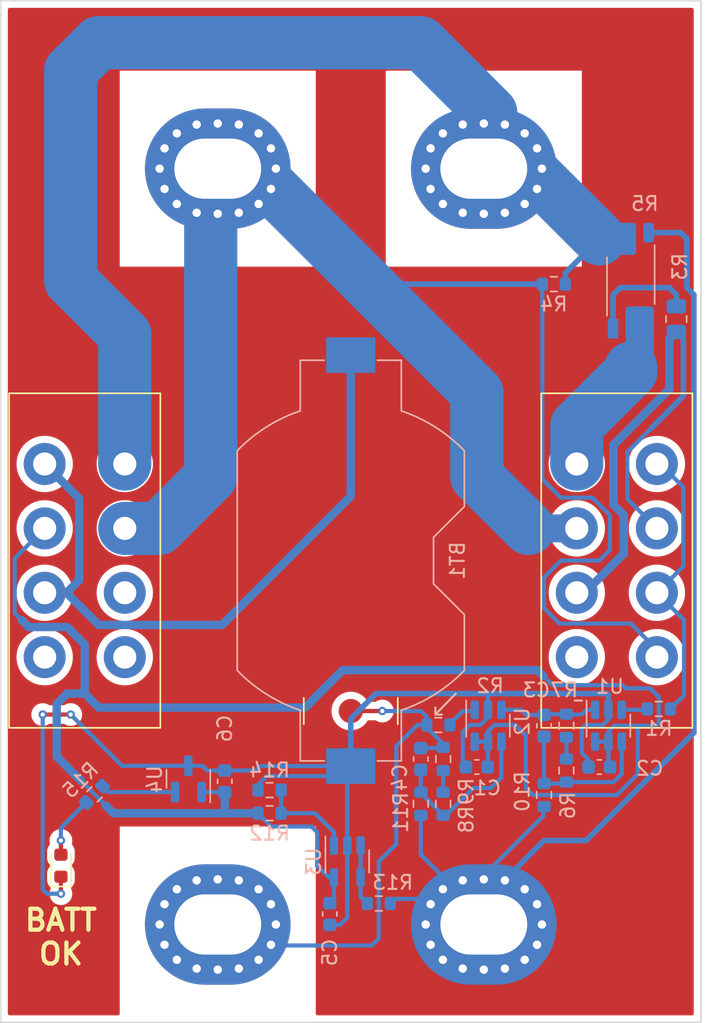
<source format=kicad_pcb>
(kicad_pcb (version 20211014) (generator pcbnew)

  (general
    (thickness 1.6)
  )

  (paper "A4")
  (layers
    (0 "F.Cu" signal)
    (31 "B.Cu" signal)
    (32 "B.Adhes" user "B.Adhesive")
    (33 "F.Adhes" user "F.Adhesive")
    (34 "B.Paste" user)
    (35 "F.Paste" user)
    (36 "B.SilkS" user "B.Silkscreen")
    (37 "F.SilkS" user "F.Silkscreen")
    (38 "B.Mask" user)
    (39 "F.Mask" user)
    (40 "Dwgs.User" user "User.Drawings")
    (41 "Cmts.User" user "User.Comments")
    (42 "Eco1.User" user "User.Eco1")
    (43 "Eco2.User" user "User.Eco2")
    (44 "Edge.Cuts" user)
    (45 "Margin" user)
    (46 "B.CrtYd" user "B.Courtyard")
    (47 "F.CrtYd" user "F.Courtyard")
    (48 "B.Fab" user)
    (49 "F.Fab" user)
    (50 "User.1" user)
    (51 "User.2" user)
    (52 "User.3" user)
    (53 "User.4" user)
    (54 "User.5" user)
    (55 "User.6" user)
    (56 "User.7" user)
    (57 "User.8" user)
    (58 "User.9" user)
  )

  (setup
    (stackup
      (layer "F.SilkS" (type "Top Silk Screen"))
      (layer "F.Paste" (type "Top Solder Paste"))
      (layer "F.Mask" (type "Top Solder Mask") (thickness 0.01))
      (layer "F.Cu" (type "copper") (thickness 0.035))
      (layer "dielectric 1" (type "core") (thickness 1.51) (material "FR4") (epsilon_r 4.5) (loss_tangent 0.02))
      (layer "B.Cu" (type "copper") (thickness 0.035))
      (layer "B.Mask" (type "Bottom Solder Mask") (thickness 0.01))
      (layer "B.Paste" (type "Bottom Solder Paste"))
      (layer "B.SilkS" (type "Bottom Silk Screen"))
      (copper_finish "None")
      (dielectric_constraints no)
    )
    (pad_to_mask_clearance 0)
    (pcbplotparams
      (layerselection 0x00010fc_ffffffff)
      (disableapertmacros false)
      (usegerberextensions false)
      (usegerberattributes true)
      (usegerberadvancedattributes true)
      (creategerberjobfile true)
      (svguseinch false)
      (svgprecision 6)
      (excludeedgelayer true)
      (plotframeref false)
      (viasonmask false)
      (mode 1)
      (useauxorigin false)
      (hpglpennumber 1)
      (hpglpenspeed 20)
      (hpglpendiameter 15.000000)
      (dxfpolygonmode true)
      (dxfimperialunits true)
      (dxfusepcbnewfont true)
      (psnegative false)
      (psa4output false)
      (plotreference true)
      (plotvalue true)
      (plotinvisibletext false)
      (sketchpadsonfab false)
      (subtractmaskfromsilk false)
      (outputformat 1)
      (mirror false)
      (drillshape 1)
      (scaleselection 1)
      (outputdirectory "")
    )
  )

  (net 0 "")
  (net 1 "Net-(BT1-Pad1)")
  (net 2 "VSS")
  (net 3 "VDD")
  (net 4 "Net-(C3-Pad1)")
  (net 5 "GND")
  (net 6 "Net-(C3-Pad2)")
  (net 7 "Net-(C4-Pad1)")
  (net 8 "Net-(C4-Pad2)")
  (net 9 "Net-(D1-Pad2)")
  (net 10 "Net-(H1-Pad1)")
  (net 11 "Net-(H3-Pad1)")
  (net 12 "Net-(R1-Pad1)")
  (net 13 "Net-(R1-Pad2)")
  (net 14 "Net-(R2-Pad1)")
  (net 15 "Net-(R3-Pad1)")
  (net 16 "Net-(R3-Pad2)")
  (net 17 "Net-(R5-Pad1)")
  (net 18 "Net-(R6-Pad2)")
  (net 19 "Net-(R8-Pad2)")
  (net 20 "Net-(R12-Pad2)")
  (net 21 "Net-(R13-Pad1)")
  (net 22 "Net-(R15-Pad1)")
  (net 23 "unconnected-(SW1-Pad4A)")
  (net 24 "unconnected-(SW2-Pad3B)")
  (net 25 "unconnected-(SW2-Pad4A)")
  (net 26 "unconnected-(SW2-Pad4B)")

  (footprint "MountingHole:MountingHole_4.3x6.2mm_M4_Pad_Via" (layer "F.Cu") (at 30.5 80))

  (footprint "Connector_Coaxial:SMA_Amphenol_132134-10_Vertical" (layer "F.Cu") (at 40 64.75 180))

  (footprint "shimatta_artwork:shimatta_kanji_20mm_solder_mask" (layer "F.Cu") (at 40 37.7))

  (footprint "MountingHole:MountingHole_4.3x6.2mm_M4_Pad_Via" (layer "F.Cu") (at 49.5 26))

  (footprint "MountingHole:MountingHole_4.3x6.2mm_M4_Pad_Via" (layer "F.Cu") (at 30.5 26))

  (footprint "MountingHole:MountingHole_4.3x6.2mm_M4_Pad_Via" (layer "F.Cu") (at 49.5 80))

  (footprint "LED_SMD:LED_0603_1608Metric" (layer "F.Cu") (at 19.3 75.8 90))

  (footprint "shimatta_switch:C&K-L203011MS02Q" (layer "F.Cu") (at 59 54))

  (footprint "shimatta_switch:C&K-L203011MS02Q" (layer "F.Cu") (at 21 54))

  (footprint "Capacitor_SMD:C_0603_1608Metric" (layer "B.Cu") (at 45 68.175 90))

  (footprint "Resistor_SMD:R_0603_1608Metric" (layer "B.Cu") (at 46.25 65.75 180))

  (footprint "Resistor_SMD:R_0603_1608Metric" (layer "B.Cu") (at 46.6 68.175 90))

  (footprint "Resistor_SMD:R_0603_1608Metric" (layer "B.Cu") (at 62 64.6 180))

  (footprint "Capacitor_SMD:C_0603_1608Metric" (layer "B.Cu") (at 57.75 68.75))

  (footprint "Resistor_SMD:R_0603_1608Metric" (layer "B.Cu") (at 21.7 70.7 -135))

  (footprint "Package_TO_SOT_SMD:SOT-23-6" (layer "B.Cu") (at 49.8 65.8 -90))

  (footprint "Resistor_SMD:R_0603_1608Metric" (layer "B.Cu") (at 54.5 34.25))

  (footprint "Resistor_SMD:R_0603_1608Metric" (layer "B.Cu") (at 34.2 72.05))

  (footprint "Package_TO_SOT_SMD:SOT-23" (layer "B.Cu") (at 28.4 69.6 90))

  (footprint "Battery:BatteryHolder_Keystone_1058_1x2032" (layer "B.Cu") (at 40 54 -90))

  (footprint "Package_TO_SOT_SMD:SOT-23-5" (layer "B.Cu") (at 39.75 75.5 -90))

  (footprint "Capacitor_SMD:C_0603_1608Metric" (layer "B.Cu") (at 38.5 79.25 90))

  (footprint "Resistor_SMD:R_0603_1608Metric" (layer "B.Cu") (at 42 78.5))

  (footprint "Resistor_SMD:R_0603_1608Metric" (layer "B.Cu") (at 46.6 71.375 90))

  (footprint "Capacitor_SMD:C_0603_1608Metric" (layer "B.Cu") (at 49 68.75))

  (footprint "Package_TO_SOT_SMD:SOT-23-6" (layer "B.Cu") (at 58.4 65.8 -90))

  (footprint "Resistor_SMD:R_0603_1608Metric" (layer "B.Cu") (at 55.4 69 90))

  (footprint "Resistor_SMD:R_0805_2012Metric" (layer "B.Cu") (at 63.25 36.75 -90))

  (footprint "Capacitor_SMD:C_0603_1608Metric" (layer "B.Cu") (at 53.8 65.8 90))

  (footprint "Resistor_SMD:R_0603_1608Metric" (layer "B.Cu") (at 53.8 70.75 -90))

  (footprint "Resistor_SMD:R_Shunt_Vishay_WSK2512_6332Metric_T1.19mm" (layer "B.Cu") (at 60 34 90))

  (footprint "Capacitor_SMD:C_0603_1608Metric" (layer "B.Cu") (at 31 69.775 90))

  (footprint "Resistor_SMD:R_0603_1608Metric" (layer "B.Cu") (at 45 71.375 -90))

  (footprint "Resistor_SMD:R_0603_1608Metric" (layer "B.Cu") (at 55.4 65.8 90))

  (footprint "Resistor_SMD:R_0603_1608Metric" (layer "B.Cu") (at 34.2 70.4 180))

  (gr_line (start 46.037258 65) (end 46.5 65) (layer "B.SilkS") (width 0.15) (tstamp 105ed225-d2ba-4509-9309-99d7ecc700a8))
  (gr_line (start 46.5 65) (end 46.268629 65) (layer "B.SilkS") (width 0.15) (tstamp 62bf9690-61e9-4fef-b65d-993d5f80185d))
  (gr_line (start 56 64) (end 56.5 64) (layer "B.SilkS") (width 0.15) (tstamp c9205131-199a-4e79-9702-7bd3861c6551))
  (gr_line (start 46.037258 65) (end 46.037258 64.5) (layer "B.SilkS") (width 0.15) (tstamp d2387ece-4bb9-48ea-a26f-309ffeb91cbe))
  (gr_line (start 47.5 63.5) (end 46.037258 65) (layer "B.SilkS") (width 0.15) (tstamp fbe9419b-ca9d-4f0b-a876-589ed2ec705b))
  (gr_line (start 15 87) (end 15 14) (layer "Edge.Cuts") (width 0.1) (tstamp 020a039c-4d1c-4b3a-8f11-44d465fdd578))
  (gr_line (start 65 87) (end 15 87) (layer "Edge.Cuts") (width 0.1) (tstamp 1c5d2c83-b7a7-4d86-881b-4cacaacaa21e))
  (gr_line (start 65 14) (end 65 87) (layer "Edge.Cuts") (width 0.1) (tstamp 4a032da2-2dc4-43d0-a71a-9ec95f3ce7b0))
  (gr_line (start 15 14) (end 65 14) (layer "Edge.Cuts") (width 0.1) (tstamp a53a05ef-7a7f-442b-9b98-cbea554b3aab))
  (gr_text "BATT\nOK" (at 19.3 80.9) (layer "F.SilkS") (tstamp a8f5b71e-aef7-4a69-a747-a6b1fb10fc72)
    (effects (font (size 1.5 1.5) (thickness 0.3)))
  )
  (gr_text "+ Voltage Output -" (at 40 70.5) (layer "F.Mask") (tstamp 16b75e60-5672-408c-b647-c22d1033df36)
    (effects (font (size 2.5 2.5) (thickness 0.5)))
  )
  (gr_text "ON" (at 27.5 54) (layer "F.Mask") (tstamp 178610de-ae18-4315-a138-a57325f66a54)
    (effects (font (size 1.5 1.5) (thickness 0.3)) (justify left))
  )
  (gr_text "1mV/mA 10m" (at 37 49.5) (layer "F.Mask") (tstamp 289668e5-2546-4463-a814-61e7af387dd7)
    (effects (font (size 1.4 1.5) (thickness 0.3)) (justify left))
  )
  (gr_text "1mV/µA 10R" (at 37 54) (layer "F.Mask") (tstamp 40b59eee-ddd0-45d4-8cf3-eb8a83b8569d)
    (effects (font (size 1.4 1.5) (thickness 0.3)) (justify left))
  )
  (gr_text "SHORT" (at 27.5 49.5) (layer "F.Mask") (tstamp 450fbc37-861b-4a8e-b445-57a5491fbaa4)
    (effects (font (size 1.5 1.5) (thickness 0.3)) (justify left))
  )
  (gr_text "+ Current Input -" (at 40 16.5) (layer "F.Mask") (tstamp 7504c2e2-958a-4bb0-9b8c-117705a29b74)
    (effects (font (size 2.5 2.5) (thickness 0.5)))
  )
  (gr_text "1mV/nA 10k" (at 37 58.5) (layer "F.Mask") (tstamp 95deba89-a38e-4c0a-9503-52c246521295)
    (effects (font (size 1.4 1.5) (thickness 0.3)) (justify left))
  )
  (gr_text "OFF" (at 27.5 58.5) (layer "F.Mask") (tstamp d5442e10-f3c0-46e2-ad62-013bcbbbe95a)
    (effects (font (size 1.5 1.5) (thickness 0.3)) (justify left))
  )

  (segment (start 40 49.4) (end 30.8 58.6) (width 0.6) (layer "B.Cu") (net 1) (tstamp 618ffc81-4834-422e-817b-3ed2b5dbe694))
  (segment (start 40 39.32) (end 40 49.4) (width 0.6) (layer "B.Cu") (net 1) (tstamp 64a270e7-5355-4e41-8d77-2a19f46c48f1))
  (segment (start 20.6 49.56) (end 18.14 47.1) (width 0.6) (layer "B.Cu") (net 1) (tstamp 88375c93-5d16-45ca-8404-a1532c784348))
  (segment (start 20.6 55.4) (end 20.6 49.56) (width 0.6) (layer "B.Cu") (net 1) (tstamp 8a0ec3ae-7df6-4dae-bd41-ab5658a9c5da))
  (segment (start 22 58.6) (end 19.7 56.3) (width 0.6) (layer "B.Cu") (net 1) (tstamp 8bbbc726-725d-491f-b262-1d3fbf8d7d24))
  (segment (start 19.7 56.3) (end 20.6 55.4) (width 0.6) (layer "B.Cu") (net 1) (tstamp 8ec6ee64-aa41-49f3-83f3-7d4f60b06648))
  (segment (start 30.8 58.6) (end 22 58.6) (width 0.6) (layer "B.Cu") (net 1) (tstamp a28665ae-2961-4f59-ab3f-5c3f6e6d4748))
  (segment (start 18.14 56.3) (end 19.7 56.3) (width 0.6) (layer "B.Cu") (net 1) (tstamp b63c3b41-d28e-4542-94f9-7154cf55d0cd))
  (segment (start 18 65) (end 20 65) (width 0.3) (layer "F.Cu") (net 2) (tstamp 476bed2a-5775-44b5-a382-7ba34b846548))
  (segment (start 19.3 76.5875) (end 19.3 77.8) (width 0.3) (layer "F.Cu") (net 2) (tstamp dfc9d374-e19b-48f5-9db0-e4359cfa4128))
  (via (at 19.3 77.8) (size 0.6) (drill 0.3) (layers "F.Cu" "B.Cu") (net 2) (tstamp 9c7524b8-867d-4c19-8310-5dc36e0153f0))
  (via (at 18 65) (size 0.6) (drill 0.3) (layers "F.Cu" "B.Cu") (net 2) (tstamp c139060d-d7eb-4919-b488-e485cf5f2747))
  (via (at 20 65) (size 0.6) (drill 0.3) (layers "F.Cu" "B.Cu") (net 2) (tstamp c3e8859e-8488-4180-a80a-bb99d408f6f2))
  (segment (start 48.225 68.75) (end 48 68.525) (width 0.3) (layer "B.Cu") (net 2) (tstamp 05af7c7f-6a7b-4d54-a9a2-aec1daa961c3))
  (segment (start 39.225 80.025) (end 39.75 79.5) (width 0.3) (layer "B.Cu") (net 2) (tstamp 12cca0aa-c230-411c-9ea7-3d035eb9ba11))
  (segment (start 49.25 65.75) (end 49.8 65.2) (width 0.3) (layer "B.Cu") (net 2) (tstamp 1c310b49-7425-4c27-9aa7-529e9f3953c6))
  (segment (start 58 65.75) (end 58.4 65.35) (width 0.3) (layer "B.Cu") (net 2) (tstamp 2002b91e-362b-4f3b-b47e-a6eaa5d6a67b))
  (segment (start 56.5 67.75) (end 56.5 66) (width 0.3) (layer "B.Cu") (net 2) (tstamp 350cecb0-6cfa-4ed5-a431-9e6d41bf5293))
  (segment (start 56.975 68.225) (end 56.5 67.75) (width 0.3) (layer "B.Cu") (net 2) (tstamp 3ddc82e7-9086-4063-a52a-ccaf1db3c3d4))
  (segment (start 49.8 65.2) (end 49.8 64.6625) (width 0.3) (layer "B.Cu") (net 2) (tstamp 4e9a895b-bbd8-44c6-a82f-cf84fd43c397))
  (segment (start 33.375 70.025) (end 34 69.4) (width 0.3) (layer "B.Cu") (net 2) (tstamp 6597e687-fef1-4c59-9ed4-07bc263d943a))
  (segment (start 41.8 63.5) (end 40 65.3) (width 0.4) (layer "B.Cu") (net 2) (tstamp 6a642011-0db7-441b-a8f4-2a446432644e))
  (segment (start 29.4125 68.6625) (end 29.75 69) (width 0.3) (layer "B.Cu") (net 2) (tstamp 6e17ada8-b767-4f70-82c5-2718051b9191))
  (segment (start 58.3 63.5) (end 58.4 63.6) (width 0.4) (layer "B.Cu") (net 2) (tstamp 7f216030-063d-4b72-949b-67a5a67bb285))
  (segment (start 48 68.525) (end 48 66.25) (width 0.3) (layer "B.Cu") (net 2) (tstamp 81029990-970c-4d54-a052-16e3f6c75322))
  (segment (start 48.5 65.75) (end 49.25 65.75) (width 0.3) (layer "B.Cu") (net 2) (tstamp 82b27132-ebac-4a14-a73b-517eee015308))
  (segment (start 58.4 63.6) (end 58.4 64.6625) (width 0.4) (layer "B.Cu") (net 2) (tstamp 83506741-3ba7-4606-8dab-2f0b29045e1a))
  (segment (start 39.75 68.93) (end 40 68.68) (width 0.3) (layer "B.Cu") (net 2) (tstamp 83e791a9-1d8b-4bad-8083-55befe2bdc44))
  (segment (start 23.6625 68.6625) (end 28.4 68.6625) (width 0.3) (layer "B.Cu") (net 2) (tstamp 96e0f30e-fc4c-499e-b753-c2b13dc14a9e))
  (segment (start 33.52 68.68) (end 40 68.68) (width 0.3) (layer "B.Cu") (net 2) (tstamp 9a741906-5d65-40f7-8651-82ff45e43837))
  (segment (start 56.975 68.75) (end 56.975 68.225) (width 0.3) (layer "B.Cu") (net 2) (tstamp 9c631bea-6937-489b-899f-0b40faca8593))
  (segment (start 56.75 65.75) (end 58 65.75) (width 0.3) (layer "B.Cu") (net 2) (tstamp ad66bb5c-3625-4e00-b056-d9105ce9b869))
  (segment (start 39.28 69.4) (end 40 68.68) (width 0.3) (layer "B.Cu") (net 2) (tstamp ad7c48ff-7a06-4117-b0d1-66562ecd0b64))
  (segment (start 39.75 79.5) (end 39.75 74.3625) (width 0.3) (layer "B.Cu") (net 2) (tstamp afea03a4-5d2d-4cb9-a9f7-57772f8d7894))
  (segment (start 20 65) (end 23.6625 68.6625) (width 0.3) (layer "B.Cu") (net 2) (tstamp b00c83a3-79aa-4247-8505-94821f01b2df))
  (segment (start 49.75 63.5) (end 58.3 63.5) (width 0.4) (layer "B.Cu") (net 2) (tstamp b3ca9f86-6580-44e3-8a8c-8623a246af1f))
  (segment (start 40 65.3) (end 40 68.68) (width 0.4) (layer "B.Cu") (net 2) (tstamp b7c985b4-4902-4471-93c2-1493a90528a1))
  (segment (start 33.375 70.4) (end 33.375 70.025) (width 0.3) (layer "B.Cu") (net 2) (tstamp c2354405-e9b5-4748-a2de-5889efa1cc3a))
  (segment (start 33.375 68.825) (end 33.52 68.68) (width 0.3) (layer "B.Cu") (net 2) (tstamp c36d1056-d200-485b-b302-7c94e1bf6f26))
  (segment (start 56.5 66) (end 56.75 65.75) (width 0.3) (layer "B.Cu") (net 2) (tstamp ca613e11-21c1-4c1b-be94-c9281d200d16))
  (segment (start 39.75 74.3625) (end 39.75 71.65) (width 0.3) (layer "B.Cu") (net 2) (tstamp ce76ad98-c385-44e6-afe7-125be40357db))
  (segment (start 31 69) (end 33.2 69) (width 0.3) (layer "B.Cu") (net 2) (tstamp ce77e2ad-ef6e-445a-97be-6cdf9f0b64b0))
  (segment (start 58.4 65.35) (end 58.4 64.6625) (width 0.3) (layer "B.Cu") (net 2) (tstamp d3458752-ffee-43e8-bf6b-d89d55941673))
  (segment (start 49.8 63.55) (end 49.8 64.6625) (width 0.3) (layer "B.Cu") (net 2) (tstamp d3a84bc1-8e79-4049-bdd4-e0a9cd214b07))
  (segment (start 28.4 68.6625) (end 29.4125 68.6625) (width 0.3) (layer "B.Cu") (net 2) (tstamp d9385e35-3479-4b47-bcc4-e28d3d824c49))
  (segment (start 48 66.25) (end 48.5 65.75) (width 0.3) (layer "B.Cu") (net 2) (tstamp ddbab8b1-1552-41a7-ad27-3187eac143e5))
  (segment (start 33.2 69) (end 33.375 68.825) (width 0.3) (layer "B.Cu") (net 2) (tstamp e3f1ee6c-b280-43e8-ad68-99d0a1a190bc))
  (segment (start 18.3 77.8) (end 19.3 77.8) (width 0.3) (layer "B.Cu") (net 2) (tstamp e521b851-8812-4ac9-8c3a-82a5bf298d3f))
  (segment (start 18 77.5) (end 18.3 77.8) (width 0.3) (layer "B.Cu") (net 2) (tstamp e5ef100e-0821-4285-bc49-5079a0f39cca))
  (segment (start 49.75 63.5) (end 41.8 63.5) (width 0.4) (layer "B.Cu") (net 2) (tstamp e6d5f987-81b0-4ed4-b014-b04536907f61))
  (segment (start 49.75 63.5) (end 49.8 63.55) (width 0.3) (layer "B.Cu") (net 2) (tstamp ec0bdcf4-90a8-442c-912c-4b792a33ebe2))
  (segment (start 39.75 71.65) (end 39.75 68.93) (width 0.3) (layer "B.Cu") (net 2) (tstamp f392fc1b-c595-48f4-89a6-a46a11219323))
  (segment (start 18 65) (end 18 77.5) (width 0.3) (layer "B.Cu") (net 2) (tstamp f556e479-0371-4083-9602-bea1f7f78701))
  (segment (start 29.75 69) (end 31 69) (width 0.3) (layer "B.Cu") (net 2) (tstamp f737766a-c42c-49a2-9434-7caeb52df4e9))
  (segment (start 38.5 80.025) (end 39.225 80.025) (width 0.3) (layer "B.Cu") (net 2) (tstamp f873ec57-1cbe-4682-9cb5-7df2afb5e8ec))
  (segment (start 34 69.4) (end 39.28 69.4) (width 0.3) (layer "B.Cu") (net 2) (tstamp f9c90662-f1e9-449a-8fa6-eadff1ff62f6))
  (segment (start 36.75 64.5) (end 22 64.5) (width 0.6) (layer "B.Cu") (net 3) (tstamp 00d0cbb9-14ce-48de-bfd3-3bc003352b18))
  (segment (start 58.8 65.8) (end 60.3 65.8) (width 0.3) (layer "B.Cu") (net 3) (tstamp 03a8a297-4490-43b7-9735-af94badf4034))
  (segment (start 16 53.84) (end 16 57.75) (width 0.3) (layer "B.Cu") (net 3) (tstamp 063a6c67-86fe-4019-a0a2-579c97e1eb83))
  (segment (start 17 58.75) (end 19.75 58.75) (width 0.6) (layer "B.Cu") (net 3) (tstamp 078a3a70-d5fa-433c-877c-79ba62ad0f7a))
  (segment (start 59.625 63.125) (end 61.375 63.125) (width 0.3) (layer "B.Cu") (net 3) (tstamp 0ab523da-c398-4185-b12b-b4d27c952e3e))
  (segment (start 50.25 65.75) (end 51.75 65.75) (width 0.3) (layer "B.Cu") (net 3) (tstamp 0df1c1d7-22ca-49bd-a055-48d1ea656594))
  (segment (start 54.4 62.9) (end 59.4 62.9) (width 0.3) (layer "B.Cu") (net 3) (tstamp 1085bd4c-f2d0-4ef5-9551-9fc3b432abbb))
  (segment (start 23.05 72.05) (end 31
... [134619 chars truncated]
</source>
